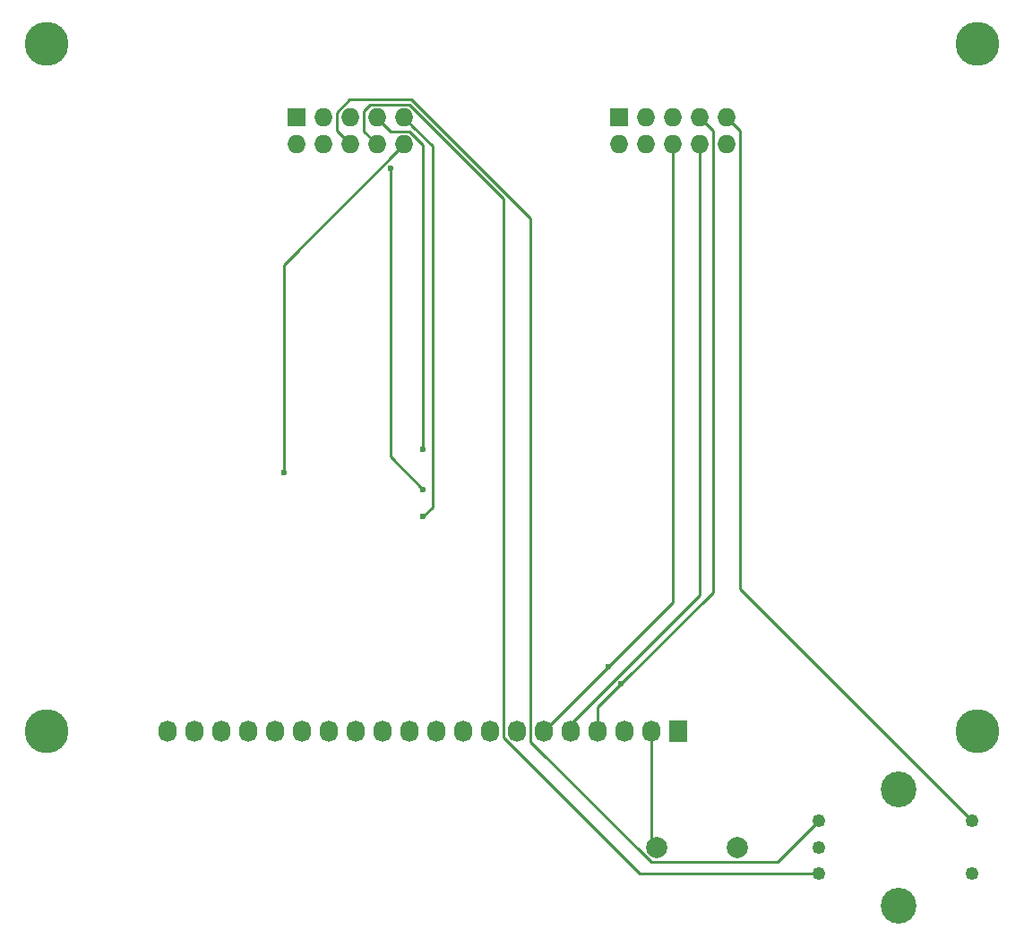
<source format=gtl>
G04 #@! TF.GenerationSoftware,KiCad,Pcbnew,(2016-12-15 revision b13c7e4)-master*
G04 #@! TF.CreationDate,2017-03-13T07:50:40-06:00*
G04 #@! TF.ProjectId,GLCD,474C43442E6B696361645F7063620000,0.7*
G04 #@! TF.FileFunction,Copper,L1,Top,Signal*
G04 #@! TF.FilePolarity,Positive*
%FSLAX46Y46*%
G04 Gerber Fmt 4.6, Leading zero omitted, Abs format (unit mm)*
G04 Created by KiCad (PCBNEW (2016-12-15 revision b13c7e4)-master) date Mon Mar 13 07:50:40 2017*
%MOMM*%
%LPD*%
G01*
G04 APERTURE LIST*
%ADD10C,0.100000*%
%ADD11C,1.250000*%
%ADD12C,3.375000*%
%ADD13O,1.727200X2.032000*%
%ADD14R,1.727200X2.032000*%
%ADD15O,1.727200X1.727200*%
%ADD16R,1.727200X1.727200*%
%ADD17C,4.150000*%
%ADD18C,2.000000*%
%ADD19C,0.600000*%
%ADD20C,0.250000*%
G04 APERTURE END LIST*
D10*
D11*
X172500000Y-129000000D03*
X172500000Y-131500000D03*
X172500000Y-134000000D03*
D12*
X180000000Y-126000000D03*
X180000000Y-137000000D03*
D11*
X187000000Y-134000000D03*
X187000000Y-129000000D03*
D13*
X110990000Y-120500000D03*
X113530000Y-120500000D03*
X116070000Y-120500000D03*
X118610000Y-120500000D03*
X121150000Y-120500000D03*
X123690000Y-120500000D03*
X126230000Y-120500000D03*
X128770000Y-120500000D03*
X131310000Y-120500000D03*
X133850000Y-120500000D03*
X136390000Y-120500000D03*
X138930000Y-120500000D03*
X141470000Y-120500000D03*
X144010000Y-120500000D03*
X146550000Y-120500000D03*
X149090000Y-120500000D03*
X151630000Y-120500000D03*
X154170000Y-120500000D03*
X156710000Y-120500000D03*
D14*
X159250000Y-120500000D03*
D15*
X133300000Y-65000000D03*
X133300000Y-62460000D03*
X130760000Y-65000000D03*
X130760000Y-62460000D03*
X128220000Y-65000000D03*
X128220000Y-62460000D03*
X125680000Y-65000000D03*
X125680000Y-62460000D03*
X123140000Y-65000000D03*
D16*
X123140000Y-62460000D03*
D17*
X99500000Y-55500000D03*
X187500000Y-120500000D03*
X99500000Y-120500000D03*
D18*
X164799840Y-131500000D03*
X157200160Y-131500000D03*
D17*
X187500000Y-55500000D03*
D15*
X163800000Y-65000000D03*
X163800000Y-62460000D03*
X161260000Y-65000000D03*
X161260000Y-62460000D03*
X158720000Y-65000000D03*
X158720000Y-62460000D03*
X156180000Y-65000000D03*
X156180000Y-62460000D03*
X153640000Y-65000000D03*
D16*
X153640000Y-62460000D03*
D19*
X121920000Y-96050100D03*
X135115300Y-100195380D03*
X135115300Y-93845380D03*
X135115300Y-97655380D03*
X132000000Y-67250000D03*
X153800000Y-116050000D03*
X152650000Y-114400000D03*
D20*
X156710000Y-120500000D02*
X156710000Y-131009840D01*
X156710000Y-131009840D02*
X157200160Y-131500000D01*
X145250000Y-121510842D02*
X145250000Y-72014460D01*
X126950000Y-61970870D02*
X126950000Y-63730000D01*
X126950000Y-63730000D02*
X128220000Y-65000000D01*
X145250000Y-72014460D02*
X133985530Y-60749990D01*
X133985530Y-60749990D02*
X128170880Y-60749990D01*
X128170880Y-60749990D02*
X126950000Y-61970870D01*
X168600000Y-132900000D02*
X156639158Y-132900000D01*
X156639158Y-132900000D02*
X145250000Y-121510842D01*
X172500000Y-129000000D02*
X168600000Y-132900000D01*
X142700000Y-121100000D02*
X142700000Y-70100870D01*
X172500000Y-134000000D02*
X155600000Y-134000000D01*
X155600000Y-134000000D02*
X142700000Y-121100000D01*
X130098072Y-61200000D02*
X129500000Y-61798072D01*
X142700000Y-70100870D02*
X133799130Y-61200000D01*
X133799130Y-61200000D02*
X130098072Y-61200000D01*
X129500000Y-61798072D02*
X129500000Y-63740000D01*
X129500000Y-63740000D02*
X130760000Y-65000000D01*
X165050000Y-63710000D02*
X165050000Y-107050000D01*
X165050000Y-107050000D02*
X187000000Y-129000000D01*
X163800000Y-62460000D02*
X165050000Y-63710000D01*
X133300000Y-65000000D02*
X121920000Y-76380000D01*
X121920000Y-76380000D02*
X121920000Y-96050100D01*
X135115300Y-100195380D02*
X136000000Y-99310680D01*
X136000000Y-99310680D02*
X136000000Y-65160000D01*
X134163599Y-63323599D02*
X133300000Y-62460000D01*
X136000000Y-65160000D02*
X134163599Y-63323599D01*
X135115300Y-93421116D02*
X135115300Y-93845380D01*
X135115300Y-65056170D02*
X135115300Y-93421116D01*
X132000000Y-63750000D02*
X133809130Y-63750000D01*
X133809130Y-63750000D02*
X135115300Y-65056170D01*
X130760000Y-62460000D02*
X130760000Y-62510000D01*
X130760000Y-62510000D02*
X132000000Y-63750000D01*
X130760000Y-62460000D02*
X132000000Y-63750000D01*
X135115300Y-97655380D02*
X132000000Y-94540080D01*
X132000000Y-94540080D02*
X132000000Y-67250000D01*
X162500000Y-63700000D02*
X162500000Y-107350000D01*
X162500000Y-107350000D02*
X153800000Y-116050000D01*
X161260000Y-62460000D02*
X162500000Y-63700000D01*
X153800000Y-116050000D02*
X153750000Y-116100000D01*
X151630000Y-118220000D02*
X153750000Y-116100000D01*
X151630000Y-120500000D02*
X151630000Y-118220000D01*
X161260000Y-62460000D02*
X161260000Y-63010000D01*
X161260000Y-62460000D02*
X161260000Y-62960000D01*
X149090000Y-120500000D02*
X149090000Y-119834998D01*
X149090000Y-119834998D02*
X161260000Y-107664998D01*
X161260000Y-107664998D02*
X161260000Y-106500000D01*
X161260000Y-106500000D02*
X161260000Y-65000000D01*
X158720000Y-108330000D02*
X152650000Y-114400000D01*
X152650000Y-114400000D02*
X146550000Y-120500000D01*
X158720000Y-65000000D02*
X158720000Y-108330000D01*
M02*

</source>
